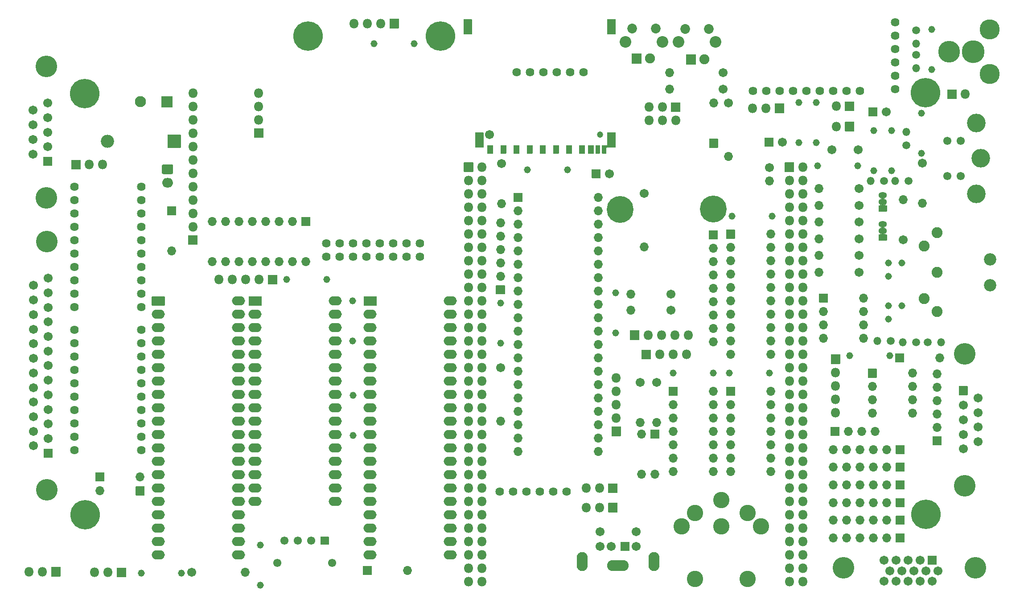
<source format=gts>
G04 #@! TF.GenerationSoftware,KiCad,Pcbnew,(5.1.7)-1*
G04 #@! TF.CreationDate,2021-12-19T02:36:46+01:00*
G04 #@! TF.ProjectId,CR-VERSION,43522d56-4552-4534-994f-4e2e6b696361,rev?*
G04 #@! TF.SameCoordinates,Original*
G04 #@! TF.FileFunction,Soldermask,Top*
G04 #@! TF.FilePolarity,Negative*
%FSLAX46Y46*%
G04 Gerber Fmt 4.6, Leading zero omitted, Abs format (unit mm)*
G04 Created by KiCad (PCBNEW (5.1.7)-1) date 2021-12-19 02:36:46*
%MOMM*%
%LPD*%
G01*
G04 APERTURE LIST*
%ADD10C,3.537000*%
%ADD11C,1.548000*%
%ADD12O,1.702000X1.702000*%
%ADD13O,1.802000X1.802000*%
%ADD14C,1.319000*%
%ADD15C,1.702000*%
%ADD16O,1.502000X1.502000*%
%ADD17C,1.502000*%
%ADD18C,1.552000*%
%ADD19C,2.352000*%
%ADD20C,2.082000*%
%ADD21C,1.626000*%
%ADD22C,4.102000*%
%ADD23C,2.102000*%
%ADD24O,2.502000X1.702000*%
%ADD25O,2.102000X1.802000*%
%ADD26C,3.822000*%
%ADD27C,4.137000*%
%ADD28C,4.332000*%
%ADD29C,1.316000*%
%ADD30O,1.602000X1.152000*%
%ADD31O,2.502000X2.502000*%
%ADD32C,5.102000*%
%ADD33C,5.602000*%
%ADD34C,3.102000*%
%ADD35C,2.202000*%
%ADD36C,1.852000*%
%ADD37C,1.902000*%
%ADD38O,4.102000X2.102000*%
%ADD39O,2.102000X3.602000*%
%ADD40C,1.202000*%
%ADD41C,0.100000*%
G04 APERTURE END LIST*
D10*
X254823000Y-73092000D03*
X254823000Y-59572000D03*
X255633000Y-66332000D03*
D11*
X249333000Y-62982000D03*
X249333000Y-69682000D03*
X251823000Y-62982000D03*
X251823000Y-69682000D03*
D12*
X95994000Y-126832000D03*
G36*
G01*
X87523000Y-127632000D02*
X87523000Y-126032000D01*
G75*
G02*
X87574000Y-125981000I51000J0D01*
G01*
X89174000Y-125981000D01*
G75*
G02*
X89225000Y-126032000I0J-51000D01*
G01*
X89225000Y-127632000D01*
G75*
G02*
X89174000Y-127683000I-51000J0D01*
G01*
X87574000Y-127683000D01*
G75*
G02*
X87523000Y-127632000I0J51000D01*
G01*
G37*
D13*
X88882000Y-67523000D03*
X86342000Y-67523000D03*
G36*
G01*
X84652000Y-68424000D02*
X82952000Y-68424000D01*
G75*
G02*
X82901000Y-68373000I0J51000D01*
G01*
X82901000Y-66673000D01*
G75*
G02*
X82952000Y-66622000I51000J0D01*
G01*
X84652000Y-66622000D01*
G75*
G02*
X84703000Y-66673000I0J-51000D01*
G01*
X84703000Y-68373000D01*
G75*
G02*
X84652000Y-68424000I-51000J0D01*
G01*
G37*
X228201000Y-56410500D03*
G36*
G01*
X229891000Y-55509500D02*
X231591000Y-55509500D01*
G75*
G02*
X231642000Y-55560500I0J-51000D01*
G01*
X231642000Y-57260500D01*
G75*
G02*
X231591000Y-57311500I-51000J0D01*
G01*
X229891000Y-57311500D01*
G75*
G02*
X229840000Y-57260500I0J51000D01*
G01*
X229840000Y-55560500D01*
G75*
G02*
X229891000Y-55509500I51000J0D01*
G01*
G37*
X74912000Y-144866000D03*
X77452000Y-144866000D03*
G36*
G01*
X79142000Y-143965000D02*
X80842000Y-143965000D01*
G75*
G02*
X80893000Y-144016000I0J-51000D01*
G01*
X80893000Y-145716000D01*
G75*
G02*
X80842000Y-145767000I-51000J0D01*
G01*
X79142000Y-145767000D01*
G75*
G02*
X79091000Y-145716000I0J51000D01*
G01*
X79091000Y-144016000D01*
G75*
G02*
X79142000Y-143965000I51000J0D01*
G01*
G37*
X87358000Y-144993000D03*
X89898000Y-144993000D03*
G36*
G01*
X91588000Y-144092000D02*
X93288000Y-144092000D01*
G75*
G02*
X93339000Y-144143000I0J-51000D01*
G01*
X93339000Y-145843000D01*
G75*
G02*
X93288000Y-145894000I-51000J0D01*
G01*
X91588000Y-145894000D01*
G75*
G02*
X91537000Y-145843000I0J51000D01*
G01*
X91537000Y-144143000D01*
G75*
G02*
X91588000Y-144092000I51000J0D01*
G01*
G37*
X110980000Y-89367000D03*
X113520000Y-89367000D03*
X116060000Y-89367000D03*
X118600000Y-89367000D03*
G36*
G01*
X120290000Y-88466000D02*
X121990000Y-88466000D01*
G75*
G02*
X122041000Y-88517000I0J-51000D01*
G01*
X122041000Y-90217000D01*
G75*
G02*
X121990000Y-90268000I-51000J0D01*
G01*
X120290000Y-90268000D01*
G75*
G02*
X120239000Y-90217000I0J51000D01*
G01*
X120239000Y-88517000D01*
G75*
G02*
X120290000Y-88466000I51000J0D01*
G01*
G37*
D12*
X127490000Y-85938000D03*
X109710000Y-78318000D03*
X124950000Y-85938000D03*
X112250000Y-78318000D03*
X122410000Y-85938000D03*
X114790000Y-78318000D03*
X119870000Y-85938000D03*
X117330000Y-78318000D03*
X117330000Y-85938000D03*
X119870000Y-78318000D03*
X114790000Y-85938000D03*
X122410000Y-78318000D03*
X112250000Y-85938000D03*
X124950000Y-78318000D03*
X109710000Y-85938000D03*
G36*
G01*
X126690000Y-77467000D02*
X128290000Y-77467000D01*
G75*
G02*
X128341000Y-77518000I0J-51000D01*
G01*
X128341000Y-79118000D01*
G75*
G02*
X128290000Y-79169000I-51000J0D01*
G01*
X126690000Y-79169000D01*
G75*
G02*
X126639000Y-79118000I0J51000D01*
G01*
X126639000Y-77518000D01*
G75*
G02*
X126690000Y-77467000I51000J0D01*
G01*
G37*
X101963000Y-83906000D03*
G36*
G01*
X101163000Y-75435000D02*
X102763000Y-75435000D01*
G75*
G02*
X102814000Y-75486000I0J-51000D01*
G01*
X102814000Y-77086000D01*
G75*
G02*
X102763000Y-77137000I-51000J0D01*
G01*
X101163000Y-77137000D01*
G75*
G02*
X101112000Y-77086000I0J51000D01*
G01*
X101112000Y-75486000D01*
G75*
G02*
X101163000Y-75435000I51000J0D01*
G01*
G37*
X88374000Y-129499000D03*
G36*
G01*
X96845000Y-128699000D02*
X96845000Y-130299000D01*
G75*
G02*
X96794000Y-130350000I-51000J0D01*
G01*
X95194000Y-130350000D01*
G75*
G02*
X95143000Y-130299000I0J51000D01*
G01*
X95143000Y-128699000D01*
G75*
G02*
X95194000Y-128648000I51000J0D01*
G01*
X96794000Y-128648000D01*
G75*
G02*
X96845000Y-128699000I0J-51000D01*
G01*
G37*
D14*
X123807000Y-89367000D03*
X131427000Y-89367000D03*
D15*
X232337400Y-64703600D03*
X227337400Y-64703600D03*
D13*
X228201000Y-60284000D03*
G36*
G01*
X229891000Y-59383000D02*
X231591000Y-59383000D01*
G75*
G02*
X231642000Y-59434000I0J-51000D01*
G01*
X231642000Y-61134000D01*
G75*
G02*
X231591000Y-61185000I-51000J0D01*
G01*
X229891000Y-61185000D01*
G75*
G02*
X229840000Y-61134000I0J51000D01*
G01*
X229840000Y-59434000D01*
G75*
G02*
X229891000Y-59383000I51000J0D01*
G01*
G37*
D16*
X243377500Y-49235000D03*
D17*
X243377500Y-46695000D03*
D16*
X243377500Y-44536000D03*
D17*
X243377500Y-41996000D03*
D16*
X241536000Y-61300000D03*
D17*
X241536000Y-63840000D03*
D13*
X252712000Y-54124500D03*
G36*
G01*
X251022000Y-55025500D02*
X249322000Y-55025500D01*
G75*
G02*
X249271000Y-54974500I0J51000D01*
G01*
X249271000Y-53274500D01*
G75*
G02*
X249322000Y-53223500I51000J0D01*
G01*
X251022000Y-53223500D01*
G75*
G02*
X251073000Y-53274500I0J-51000D01*
G01*
X251073000Y-54974500D01*
G75*
G02*
X251022000Y-55025500I-51000J0D01*
G01*
G37*
D16*
X239377000Y-70634500D03*
D17*
X241917000Y-70634500D03*
D16*
X234741500Y-70634500D03*
D17*
X237281500Y-70634500D03*
D16*
X240837500Y-101305000D03*
D17*
X243377500Y-101305000D03*
D16*
X236011500Y-100987500D03*
D17*
X238551500Y-100987500D03*
D16*
X248076500Y-101305000D03*
D17*
X245536500Y-101305000D03*
G36*
G01*
X131771000Y-139731999D02*
X130321000Y-139731999D01*
G75*
G02*
X130270000Y-139680999I0J51000D01*
G01*
X130270000Y-138230999D01*
G75*
G02*
X130321000Y-138179999I51000J0D01*
G01*
X131771000Y-138179999D01*
G75*
G02*
X131822000Y-138230999I0J-51000D01*
G01*
X131822000Y-139680999D01*
G75*
G02*
X131771000Y-139731999I-51000J0D01*
G01*
G37*
D18*
X128506000Y-138955999D03*
X125966000Y-138955999D03*
X123426000Y-138955999D03*
X122036000Y-143156001D03*
X132436000Y-143156001D03*
D12*
X233408000Y-92859500D03*
X225788000Y-100479500D03*
X233408000Y-95399500D03*
X225788000Y-97939500D03*
X233408000Y-97939500D03*
X225788000Y-95399500D03*
X233408000Y-100479500D03*
G36*
G01*
X224937000Y-93659500D02*
X224937000Y-92059500D01*
G75*
G02*
X224988000Y-92008500I51000J0D01*
G01*
X226588000Y-92008500D01*
G75*
G02*
X226639000Y-92059500I0J-51000D01*
G01*
X226639000Y-93659500D01*
G75*
G02*
X226588000Y-93710500I-51000J0D01*
G01*
X224988000Y-93710500D01*
G75*
G02*
X224937000Y-93659500I0J51000D01*
G01*
G37*
X247886000Y-104226000D03*
G36*
G01*
X239415000Y-105026000D02*
X239415000Y-103426000D01*
G75*
G02*
X239466000Y-103375000I51000J0D01*
G01*
X241066000Y-103375000D01*
G75*
G02*
X241117000Y-103426000I0J-51000D01*
G01*
X241117000Y-105026000D01*
G75*
G02*
X241066000Y-105077000I-51000J0D01*
G01*
X239466000Y-105077000D01*
G75*
G02*
X239415000Y-105026000I0J51000D01*
G01*
G37*
D19*
X257388000Y-90457000D03*
X257388000Y-85477000D03*
D20*
X244888000Y-92967000D03*
X244888000Y-82967000D03*
X247378000Y-95457000D03*
X247378000Y-87967000D03*
X247378000Y-80477000D03*
D21*
X149163000Y-85031000D03*
X149163000Y-82491000D03*
X146623000Y-85031000D03*
X146623000Y-82491000D03*
X144083000Y-85031000D03*
X144083000Y-82491000D03*
X141543000Y-85031000D03*
X141543000Y-82491000D03*
X139003000Y-85031000D03*
X139003000Y-82491000D03*
X136463000Y-85031000D03*
X136463000Y-82491000D03*
X133923000Y-85031000D03*
X133923000Y-82491000D03*
X131383000Y-85031000D03*
X131383000Y-82491000D03*
D22*
X252631000Y-103489000D03*
X252631000Y-128489000D03*
D15*
X255171000Y-120144000D03*
X255171000Y-117374000D03*
X255171000Y-114604000D03*
X255171000Y-111834000D03*
X252331000Y-121529000D03*
X252331000Y-118759000D03*
X252331000Y-115989000D03*
X252331000Y-113219000D03*
G36*
G01*
X253131000Y-111300000D02*
X251531000Y-111300000D01*
G75*
G02*
X251480000Y-111249000I0J51000D01*
G01*
X251480000Y-109649000D01*
G75*
G02*
X251531000Y-109598000I51000J0D01*
G01*
X253131000Y-109598000D01*
G75*
G02*
X253182000Y-109649000I0J-51000D01*
G01*
X253182000Y-111249000D01*
G75*
G02*
X253131000Y-111300000I-51000J0D01*
G01*
G37*
D12*
X247378000Y-107274000D03*
X247378000Y-109814000D03*
X247378000Y-112354000D03*
X247378000Y-114894000D03*
X247378000Y-117434000D03*
G36*
G01*
X248178000Y-120825000D02*
X246578000Y-120825000D01*
G75*
G02*
X246527000Y-120774000I0J51000D01*
G01*
X246527000Y-119174000D01*
G75*
G02*
X246578000Y-119123000I51000J0D01*
G01*
X248178000Y-119123000D01*
G75*
G02*
X248229000Y-119174000I0J-51000D01*
G01*
X248229000Y-120774000D01*
G75*
G02*
X248178000Y-120825000I-51000J0D01*
G01*
G37*
D22*
X254598000Y-144104000D03*
X229598000Y-144104000D03*
D15*
X237253000Y-146644000D03*
X239543000Y-146644000D03*
X241833000Y-146644000D03*
X244123000Y-146644000D03*
X246413000Y-146644000D03*
X238398000Y-144664000D03*
X240688000Y-144664000D03*
X242978000Y-144664000D03*
X245268000Y-144664000D03*
X247558000Y-144664000D03*
X237253000Y-142684000D03*
X239543000Y-142684000D03*
X241833000Y-142684000D03*
X244123000Y-142684000D03*
G36*
G01*
X245562000Y-143484000D02*
X245562000Y-141884000D01*
G75*
G02*
X245613000Y-141833000I51000J0D01*
G01*
X247213000Y-141833000D01*
G75*
G02*
X247264000Y-141884000I0J-51000D01*
G01*
X247264000Y-143484000D01*
G75*
G02*
X247213000Y-143535000I-51000J0D01*
G01*
X245613000Y-143535000D01*
G75*
G02*
X245562000Y-143484000I0J51000D01*
G01*
G37*
D14*
X140444000Y-44536000D03*
X148064000Y-44536000D03*
D13*
X136634000Y-40726000D03*
X139174000Y-40726000D03*
X141714000Y-40726000D03*
G36*
G01*
X145104000Y-41627000D02*
X143404000Y-41627000D01*
G75*
G02*
X143353000Y-41576000I0J51000D01*
G01*
X143353000Y-39876000D01*
G75*
G02*
X143404000Y-39825000I51000J0D01*
G01*
X145104000Y-39825000D01*
G75*
G02*
X145155000Y-39876000I0J-51000D01*
G01*
X145155000Y-41576000D01*
G75*
G02*
X145104000Y-41627000I-51000J0D01*
G01*
G37*
D23*
X96074000Y-55585000D03*
G36*
G01*
X102125000Y-54585000D02*
X102125000Y-56585000D01*
G75*
G02*
X102074000Y-56636000I-51000J0D01*
G01*
X100074000Y-56636000D01*
G75*
G02*
X100023000Y-56585000I0J51000D01*
G01*
X100023000Y-54585000D01*
G75*
G02*
X100074000Y-54534000I51000J0D01*
G01*
X102074000Y-54534000D01*
G75*
G02*
X102125000Y-54585000I0J-51000D01*
G01*
G37*
D14*
X238742000Y-61046000D03*
X238742000Y-68666000D03*
D15*
X237686000Y-57490000D03*
G36*
G01*
X234335000Y-58290000D02*
X234335000Y-56690000D01*
G75*
G02*
X234386000Y-56639000I51000J0D01*
G01*
X235986000Y-56639000D01*
G75*
G02*
X236037000Y-56690000I0J-51000D01*
G01*
X236037000Y-58290000D01*
G75*
G02*
X235986000Y-58341000I-51000J0D01*
G01*
X234386000Y-58341000D01*
G75*
G02*
X234335000Y-58290000I0J51000D01*
G01*
G37*
D14*
X235313000Y-61046000D03*
X235313000Y-68666000D03*
X136380000Y-101051000D03*
X136380000Y-93431000D03*
D24*
X154922000Y-93431000D03*
X139682000Y-141691000D03*
X154922000Y-95971000D03*
X139682000Y-139151000D03*
X154922000Y-98511000D03*
X139682000Y-136611000D03*
X154922000Y-101051000D03*
X139682000Y-134071000D03*
X154922000Y-103591000D03*
X139682000Y-131531000D03*
X154922000Y-106131000D03*
X139682000Y-128991000D03*
X154922000Y-108671000D03*
X139682000Y-126451000D03*
X154922000Y-111211000D03*
X139682000Y-123911000D03*
X154922000Y-113751000D03*
X139682000Y-121371000D03*
X154922000Y-116291000D03*
X139682000Y-118831000D03*
X154922000Y-118831000D03*
X139682000Y-116291000D03*
X154922000Y-121371000D03*
X139682000Y-113751000D03*
X154922000Y-123911000D03*
X139682000Y-111211000D03*
X154922000Y-126451000D03*
X139682000Y-108671000D03*
X154922000Y-128991000D03*
X139682000Y-106131000D03*
X154922000Y-131531000D03*
X139682000Y-103591000D03*
X154922000Y-134071000D03*
X139682000Y-101051000D03*
X154922000Y-136611000D03*
X139682000Y-98511000D03*
X154922000Y-139151000D03*
X139682000Y-95971000D03*
X154922000Y-141691000D03*
G36*
G01*
X138431000Y-94231000D02*
X138431000Y-92631000D01*
G75*
G02*
X138482000Y-92580000I51000J0D01*
G01*
X140882000Y-92580000D01*
G75*
G02*
X140933000Y-92631000I0J-51000D01*
G01*
X140933000Y-94231000D01*
G75*
G02*
X140882000Y-94282000I-51000J0D01*
G01*
X138482000Y-94282000D01*
G75*
G02*
X138431000Y-94231000I0J51000D01*
G01*
G37*
X114663000Y-93431000D03*
X99423000Y-141691000D03*
X114663000Y-95971000D03*
X99423000Y-139151000D03*
X114663000Y-98511000D03*
X99423000Y-136611000D03*
X114663000Y-101051000D03*
X99423000Y-134071000D03*
X114663000Y-103591000D03*
X99423000Y-131531000D03*
X114663000Y-106131000D03*
X99423000Y-128991000D03*
X114663000Y-108671000D03*
X99423000Y-126451000D03*
X114663000Y-111211000D03*
X99423000Y-123911000D03*
X114663000Y-113751000D03*
X99423000Y-121371000D03*
X114663000Y-116291000D03*
X99423000Y-118831000D03*
X114663000Y-118831000D03*
X99423000Y-116291000D03*
X114663000Y-121371000D03*
X99423000Y-113751000D03*
X114663000Y-123911000D03*
X99423000Y-111211000D03*
X114663000Y-126451000D03*
X99423000Y-108671000D03*
X114663000Y-128991000D03*
X99423000Y-106131000D03*
X114663000Y-131531000D03*
X99423000Y-103591000D03*
X114663000Y-134071000D03*
X99423000Y-101051000D03*
X114663000Y-136611000D03*
X99423000Y-98511000D03*
X114663000Y-139151000D03*
X99423000Y-95971000D03*
X114663000Y-141691000D03*
G36*
G01*
X98172000Y-94231000D02*
X98172000Y-92631000D01*
G75*
G02*
X98223000Y-92580000I51000J0D01*
G01*
X100623000Y-92580000D01*
G75*
G02*
X100674000Y-92631000I0J-51000D01*
G01*
X100674000Y-94231000D01*
G75*
G02*
X100623000Y-94282000I-51000J0D01*
G01*
X98223000Y-94282000D01*
G75*
G02*
X98172000Y-94231000I0J51000D01*
G01*
G37*
X133078000Y-93431000D03*
X117838000Y-131531000D03*
X133078000Y-95971000D03*
X117838000Y-128991000D03*
X133078000Y-98511000D03*
X117838000Y-126451000D03*
X133078000Y-101051000D03*
X117838000Y-123911000D03*
X133078000Y-103591000D03*
X117838000Y-121371000D03*
X133078000Y-106131000D03*
X117838000Y-118831000D03*
X133078000Y-108671000D03*
X117838000Y-116291000D03*
X133078000Y-111211000D03*
X117838000Y-113751000D03*
X133078000Y-113751000D03*
X117838000Y-111211000D03*
X133078000Y-116291000D03*
X117838000Y-108671000D03*
X133078000Y-118831000D03*
X117838000Y-106131000D03*
X133078000Y-121371000D03*
X117838000Y-103591000D03*
X133078000Y-123911000D03*
X117838000Y-101051000D03*
X133078000Y-126451000D03*
X117838000Y-98511000D03*
X133078000Y-128991000D03*
X117838000Y-95971000D03*
X133078000Y-131531000D03*
G36*
G01*
X116587000Y-94231000D02*
X116587000Y-92631000D01*
G75*
G02*
X116638000Y-92580000I51000J0D01*
G01*
X119038000Y-92580000D01*
G75*
G02*
X119089000Y-92631000I0J-51000D01*
G01*
X119089000Y-94231000D01*
G75*
G02*
X119038000Y-94282000I-51000J0D01*
G01*
X116638000Y-94282000D01*
G75*
G02*
X116587000Y-94231000I0J51000D01*
G01*
G37*
D14*
X177150000Y-68480000D03*
X169530000Y-68480000D03*
X96248000Y-145120000D03*
X103868000Y-145120000D03*
D13*
X228074000Y-114640000D03*
X228074000Y-112100000D03*
X228074000Y-109560000D03*
X228074000Y-107020000D03*
G36*
G01*
X227173000Y-105330000D02*
X227173000Y-103630000D01*
G75*
G02*
X227224000Y-103579000I51000J0D01*
G01*
X228924000Y-103579000D01*
G75*
G02*
X228975000Y-103630000I0J-51000D01*
G01*
X228975000Y-105330000D01*
G75*
G02*
X228924000Y-105381000I-51000J0D01*
G01*
X227224000Y-105381000D01*
G75*
G02*
X227173000Y-105330000I0J51000D01*
G01*
G37*
D14*
X118854000Y-139786000D03*
X118854000Y-147406000D03*
D25*
X101201000Y-70912000D03*
G36*
G01*
X100415000Y-67511000D02*
X101987000Y-67511000D01*
G75*
G02*
X102252000Y-67776000I0J-265000D01*
G01*
X102252000Y-69048000D01*
G75*
G02*
X101987000Y-69313000I-265000J0D01*
G01*
X100415000Y-69313000D01*
G75*
G02*
X100150000Y-69048000I0J265000D01*
G01*
X100150000Y-67776000D01*
G75*
G02*
X100415000Y-67511000I265000J0D01*
G01*
G37*
G36*
G01*
X227096000Y-118996000D02*
X227096000Y-117396000D01*
G75*
G02*
X227147000Y-117345000I51000J0D01*
G01*
X228747000Y-117345000D01*
G75*
G02*
X228798000Y-117396000I0J-51000D01*
G01*
X228798000Y-118996000D01*
G75*
G02*
X228747000Y-119047000I-51000J0D01*
G01*
X227147000Y-119047000D01*
G75*
G02*
X227096000Y-118996000I0J51000D01*
G01*
G37*
D12*
X230487000Y-118196000D03*
X233027000Y-118196000D03*
X235567000Y-118196000D03*
D21*
X83548000Y-92034000D03*
X83548000Y-94574000D03*
X83548000Y-89494000D03*
X83548000Y-86954000D03*
X83548000Y-84414000D03*
X83548000Y-81874000D03*
X83548000Y-79334000D03*
X83548000Y-76794000D03*
X83548000Y-74254000D03*
X83548000Y-71714000D03*
X96248000Y-71714000D03*
X96248000Y-74254000D03*
X96248000Y-76794000D03*
X96248000Y-79334000D03*
X96248000Y-81874000D03*
X96248000Y-84414000D03*
X96248000Y-86954000D03*
X96248000Y-89494000D03*
X96248000Y-94574000D03*
X96248000Y-92034000D03*
X83548000Y-119212000D03*
X83548000Y-121752000D03*
X83548000Y-116672000D03*
X83548000Y-114132000D03*
X83548000Y-111592000D03*
X83548000Y-109052000D03*
X83548000Y-106512000D03*
X83548000Y-103972000D03*
X83548000Y-101432000D03*
X83548000Y-98892000D03*
X96248000Y-98892000D03*
X96248000Y-101432000D03*
X96248000Y-103972000D03*
X96248000Y-106512000D03*
X96248000Y-109052000D03*
X96248000Y-111592000D03*
X96248000Y-114132000D03*
X96248000Y-116672000D03*
X96248000Y-121752000D03*
X96248000Y-119212000D03*
D26*
X257322500Y-50310000D03*
X257322500Y-41810000D03*
D27*
X249672500Y-46060000D03*
D28*
X254172500Y-46060000D03*
D29*
X240647000Y-94320000D03*
X238107000Y-94320000D03*
X238107000Y-96860000D03*
X240647000Y-86192000D03*
X238107000Y-86192000D03*
X238107000Y-88732000D03*
D12*
X224899000Y-87970000D03*
D15*
X232519000Y-87970000D03*
D12*
X224899000Y-84795000D03*
D15*
X232519000Y-84795000D03*
D12*
X244520500Y-74825500D03*
D15*
X244520500Y-67205500D03*
D12*
X240901000Y-74190500D03*
D15*
X240901000Y-81810500D03*
D12*
X224899000Y-81620000D03*
D15*
X232519000Y-81620000D03*
D12*
X224899000Y-78445000D03*
D15*
X232519000Y-78445000D03*
D12*
X224899000Y-75270000D03*
D15*
X232519000Y-75270000D03*
D12*
X224899000Y-72095000D03*
D15*
X232519000Y-72095000D03*
G36*
G01*
X237777500Y-81942000D02*
X236277500Y-81942000D01*
G75*
G02*
X236226500Y-81891000I0J51000D01*
G01*
X236226500Y-80841000D01*
G75*
G02*
X236277500Y-80790000I51000J0D01*
G01*
X237777500Y-80790000D01*
G75*
G02*
X237828500Y-80841000I0J-51000D01*
G01*
X237828500Y-81891000D01*
G75*
G02*
X237777500Y-81942000I-51000J0D01*
G01*
G37*
D30*
X237027500Y-78826000D03*
X237027500Y-80096000D03*
G36*
G01*
X237777500Y-76417500D02*
X236277500Y-76417500D01*
G75*
G02*
X236226500Y-76366500I0J51000D01*
G01*
X236226500Y-75316500D01*
G75*
G02*
X236277500Y-75265500I51000J0D01*
G01*
X237777500Y-75265500D01*
G75*
G02*
X237828500Y-75316500I0J-51000D01*
G01*
X237828500Y-76366500D01*
G75*
G02*
X237777500Y-76417500I-51000J0D01*
G01*
G37*
X237027500Y-73301500D03*
X237027500Y-74571500D03*
D14*
X244393500Y-57744000D03*
X244393500Y-65364000D03*
X246298500Y-49489000D03*
X246298500Y-41869000D03*
X224645000Y-67777000D03*
X232265000Y-67777000D03*
D21*
X180195000Y-49997000D03*
X177655000Y-49997000D03*
X175115000Y-49997000D03*
X172575000Y-49997000D03*
X170035000Y-49997000D03*
X167495000Y-49997000D03*
D14*
X204833000Y-107147000D03*
X197213000Y-107147000D03*
X215501000Y-107147000D03*
X207881000Y-107147000D03*
X238361000Y-103845000D03*
X230741000Y-103845000D03*
X216021700Y-77302000D03*
X208401700Y-77302000D03*
D12*
X182989000Y-73746000D03*
X167749000Y-122006000D03*
X182989000Y-76286000D03*
X167749000Y-119466000D03*
X182989000Y-78826000D03*
X167749000Y-116926000D03*
X182989000Y-81366000D03*
X167749000Y-114386000D03*
X182989000Y-83906000D03*
X167749000Y-111846000D03*
X182989000Y-86446000D03*
X167749000Y-109306000D03*
X182989000Y-88986000D03*
X167749000Y-106766000D03*
X182989000Y-91526000D03*
X167749000Y-104226000D03*
X182989000Y-94066000D03*
X167749000Y-101686000D03*
X182989000Y-96606000D03*
X167749000Y-99146000D03*
X182989000Y-99146000D03*
X167749000Y-96606000D03*
X182989000Y-101686000D03*
X167749000Y-94066000D03*
X182989000Y-104226000D03*
X167749000Y-91526000D03*
X182989000Y-106766000D03*
X167749000Y-88986000D03*
X182989000Y-109306000D03*
X167749000Y-86446000D03*
X182989000Y-111846000D03*
X167749000Y-83906000D03*
X182989000Y-114386000D03*
X167749000Y-81366000D03*
X182989000Y-116926000D03*
X167749000Y-78826000D03*
X182989000Y-119466000D03*
X167749000Y-76286000D03*
X182989000Y-122006000D03*
G36*
G01*
X166898000Y-74546000D02*
X166898000Y-72946000D01*
G75*
G02*
X166949000Y-72895000I51000J0D01*
G01*
X168549000Y-72895000D01*
G75*
G02*
X168600000Y-72946000I0J-51000D01*
G01*
X168600000Y-74546000D01*
G75*
G02*
X168549000Y-74597000I-51000J0D01*
G01*
X166949000Y-74597000D01*
G75*
G02*
X166898000Y-74546000I0J51000D01*
G01*
G37*
D31*
X89771000Y-63078000D03*
G36*
G01*
X103722000Y-61878000D02*
X103722000Y-64278000D01*
G75*
G02*
X103671000Y-64329000I-51000J0D01*
G01*
X101271000Y-64329000D01*
G75*
G02*
X101220000Y-64278000I0J51000D01*
G01*
X101220000Y-61878000D01*
G75*
G02*
X101271000Y-61827000I51000J0D01*
G01*
X103671000Y-61827000D01*
G75*
G02*
X103722000Y-61878000I0J-51000D01*
G01*
G37*
D22*
X78168000Y-73848000D03*
X78168000Y-48848000D03*
D15*
X75628000Y-57193000D03*
X75628000Y-59963000D03*
X75628000Y-62733000D03*
X75628000Y-65503000D03*
X78468000Y-55808000D03*
X78468000Y-58578000D03*
X78468000Y-61348000D03*
X78468000Y-64118000D03*
G36*
G01*
X77668000Y-66037000D02*
X79268000Y-66037000D01*
G75*
G02*
X79319000Y-66088000I0J-51000D01*
G01*
X79319000Y-67688000D01*
G75*
G02*
X79268000Y-67739000I-51000J0D01*
G01*
X77668000Y-67739000D01*
G75*
G02*
X77617000Y-67688000I0J51000D01*
G01*
X77617000Y-66088000D01*
G75*
G02*
X77668000Y-66037000I51000J0D01*
G01*
G37*
D12*
X164421600Y-78610100D03*
X164421600Y-81150100D03*
X164421600Y-83690100D03*
X164421600Y-86230100D03*
X164421600Y-88770100D03*
G36*
G01*
X165221600Y-92161100D02*
X163621600Y-92161100D01*
G75*
G02*
X163570600Y-92110100I0J51000D01*
G01*
X163570600Y-90510100D01*
G75*
G02*
X163621600Y-90459100I51000J0D01*
G01*
X165221600Y-90459100D01*
G75*
G02*
X165272600Y-90510100I0J-51000D01*
G01*
X165272600Y-92110100D01*
G75*
G02*
X165221600Y-92161100I-51000J0D01*
G01*
G37*
X146794000Y-144612000D03*
G36*
G01*
X138323000Y-145412000D02*
X138323000Y-143812000D01*
G75*
G02*
X138374000Y-143761000I51000J0D01*
G01*
X139974000Y-143761000D01*
G75*
G02*
X140025000Y-143812000I0J-51000D01*
G01*
X140025000Y-145412000D01*
G75*
G02*
X139974000Y-145463000I-51000J0D01*
G01*
X138374000Y-145463000D01*
G75*
G02*
X138323000Y-145412000I0J51000D01*
G01*
G37*
D14*
X136405400Y-111338000D03*
X136405400Y-118958000D03*
D12*
X164637500Y-74952500D03*
D15*
X164637500Y-67332500D03*
D32*
X187180000Y-76032000D03*
X204833000Y-75968500D03*
D12*
X189212000Y-92161000D03*
D15*
X196832000Y-92161000D03*
D12*
X189212000Y-95209000D03*
D15*
X196832000Y-95209000D03*
D13*
X199753000Y-103591000D03*
X197213000Y-103591000D03*
X194673000Y-103591000D03*
G36*
G01*
X192983000Y-104492000D02*
X191283000Y-104492000D01*
G75*
G02*
X191232000Y-104441000I0J51000D01*
G01*
X191232000Y-102741000D01*
G75*
G02*
X191283000Y-102690000I51000J0D01*
G01*
X192983000Y-102690000D01*
G75*
G02*
X193034000Y-102741000I0J-51000D01*
G01*
X193034000Y-104441000D01*
G75*
G02*
X192983000Y-104492000I-51000J0D01*
G01*
G37*
X200070500Y-99908000D03*
X197530500Y-99908000D03*
X194990500Y-99908000D03*
X192450500Y-99908000D03*
G36*
G01*
X190760500Y-100809000D02*
X189060500Y-100809000D01*
G75*
G02*
X189009500Y-100758000I0J51000D01*
G01*
X189009500Y-99058000D01*
G75*
G02*
X189060500Y-99007000I51000J0D01*
G01*
X190760500Y-99007000D01*
G75*
G02*
X190811500Y-99058000I0J-51000D01*
G01*
X190811500Y-100758000D01*
G75*
G02*
X190760500Y-100809000I-51000J0D01*
G01*
G37*
D12*
X190990000Y-116481500D03*
D15*
X190990000Y-108861500D03*
D12*
X194101500Y-116481500D03*
D15*
X194101500Y-108861500D03*
G36*
G01*
X187319000Y-117346000D02*
X187319000Y-119046000D01*
G75*
G02*
X187268000Y-119097000I-51000J0D01*
G01*
X185568000Y-119097000D01*
G75*
G02*
X185517000Y-119046000I0J51000D01*
G01*
X185517000Y-117346000D01*
G75*
G02*
X185568000Y-117295000I51000J0D01*
G01*
X187268000Y-117295000D01*
G75*
G02*
X187319000Y-117346000I0J-51000D01*
G01*
G37*
D13*
X186418000Y-115656000D03*
X186418000Y-113116000D03*
X186418000Y-110576000D03*
X186418000Y-108036000D03*
D14*
X186291000Y-99527000D03*
X186291000Y-91907000D03*
X164447000Y-93812000D03*
X164447000Y-101432000D03*
D33*
X245160000Y-53890000D03*
D12*
X193784000Y-126324000D03*
X191244000Y-118704000D03*
X191244000Y-126324000D03*
G36*
G01*
X192984000Y-117853000D02*
X194584000Y-117853000D01*
G75*
G02*
X194635000Y-117904000I0J-51000D01*
G01*
X194635000Y-119504000D01*
G75*
G02*
X194584000Y-119555000I-51000J0D01*
G01*
X192984000Y-119555000D01*
G75*
G02*
X192933000Y-119504000I0J51000D01*
G01*
X192933000Y-117904000D01*
G75*
G02*
X192984000Y-117853000I51000J0D01*
G01*
G37*
X204833000Y-110576000D03*
X197213000Y-125816000D03*
X204833000Y-113116000D03*
X197213000Y-123276000D03*
X204833000Y-115656000D03*
X197213000Y-120736000D03*
X204833000Y-118196000D03*
X197213000Y-118196000D03*
X204833000Y-120736000D03*
X197213000Y-115656000D03*
X204833000Y-123276000D03*
X197213000Y-113116000D03*
X204833000Y-125816000D03*
G36*
G01*
X196362000Y-111376000D02*
X196362000Y-109776000D01*
G75*
G02*
X196413000Y-109725000I51000J0D01*
G01*
X198013000Y-109725000D01*
G75*
G02*
X198064000Y-109776000I0J-51000D01*
G01*
X198064000Y-111376000D01*
G75*
G02*
X198013000Y-111427000I-51000J0D01*
G01*
X196413000Y-111427000D01*
G75*
G02*
X196362000Y-111376000I0J51000D01*
G01*
G37*
D15*
X217950200Y-63230400D03*
G36*
G01*
X214599200Y-64030400D02*
X214599200Y-62430400D01*
G75*
G02*
X214650200Y-62379400I51000J0D01*
G01*
X216250200Y-62379400D01*
G75*
G02*
X216301200Y-62430400I0J-51000D01*
G01*
X216301200Y-64030400D01*
G75*
G02*
X216250200Y-64081400I-51000J0D01*
G01*
X214650200Y-64081400D01*
G75*
G02*
X214599200Y-64030400I0J51000D01*
G01*
G37*
D14*
X224441800Y-63332000D03*
X224441800Y-55712000D03*
X221073760Y-63352320D03*
X221073760Y-55732320D03*
D13*
X212338700Y-56804200D03*
X214878700Y-56804200D03*
G36*
G01*
X216568700Y-55903200D02*
X218268700Y-55903200D01*
G75*
G02*
X218319700Y-55954200I0J-51000D01*
G01*
X218319700Y-57654200D01*
G75*
G02*
X218268700Y-57705200I-51000J0D01*
G01*
X216568700Y-57705200D01*
G75*
G02*
X216517700Y-57654200I0J51000D01*
G01*
X216517700Y-55954200D01*
G75*
G02*
X216568700Y-55903200I51000J0D01*
G01*
G37*
D34*
X211373000Y-146228000D03*
X206373000Y-131228000D03*
X213873000Y-136228000D03*
X211373000Y-133728000D03*
X206373000Y-136228000D03*
X201373000Y-133728000D03*
X198873000Y-136228000D03*
X201373000Y-146228000D03*
D21*
X177020000Y-129626000D03*
X174480000Y-129626000D03*
X171940000Y-129626000D03*
X169400000Y-129626000D03*
X166860000Y-129626000D03*
X164320000Y-129626000D03*
D13*
X180703000Y-128991000D03*
X183243000Y-128991000D03*
G36*
G01*
X184933000Y-128090000D02*
X186633000Y-128090000D01*
G75*
G02*
X186684000Y-128141000I0J-51000D01*
G01*
X186684000Y-129841000D01*
G75*
G02*
X186633000Y-129892000I-51000J0D01*
G01*
X184933000Y-129892000D01*
G75*
G02*
X184882000Y-129841000I0J51000D01*
G01*
X184882000Y-128141000D01*
G75*
G02*
X184933000Y-128090000I51000J0D01*
G01*
G37*
D33*
X153017000Y-43139000D03*
X127871000Y-43139000D03*
X85480000Y-53990000D03*
X245219000Y-133944000D03*
X85540000Y-134050000D03*
D22*
X78231500Y-129253500D03*
X78231500Y-82153500D03*
D15*
X75691500Y-90468500D03*
X75691500Y-93238500D03*
X75691500Y-96008500D03*
X75691500Y-98778500D03*
X75691500Y-101548500D03*
X75691500Y-104318500D03*
X75691500Y-107088500D03*
X75691500Y-109858500D03*
X75691500Y-112628500D03*
X75691500Y-115398500D03*
X75691500Y-118168500D03*
X75691500Y-120938500D03*
X78531500Y-89083500D03*
X78531500Y-91853500D03*
X78531500Y-94623500D03*
X78531500Y-97393500D03*
X78531500Y-100163500D03*
X78531500Y-102933500D03*
X78531500Y-105703500D03*
X78531500Y-108473500D03*
X78531500Y-111243500D03*
X78531500Y-114013500D03*
X78531500Y-116783500D03*
X78531500Y-119553500D03*
G36*
G01*
X77731500Y-121472500D02*
X79331500Y-121472500D01*
G75*
G02*
X79382500Y-121523500I0J-51000D01*
G01*
X79382500Y-123123500D01*
G75*
G02*
X79331500Y-123174500I-51000J0D01*
G01*
X77731500Y-123174500D01*
G75*
G02*
X77680500Y-123123500I0J51000D01*
G01*
X77680500Y-121523500D01*
G75*
G02*
X77731500Y-121472500I51000J0D01*
G01*
G37*
D12*
X207754000Y-65999000D03*
D15*
X207754000Y-55839000D03*
D12*
X164447000Y-116291000D03*
D15*
X164447000Y-106131000D03*
D12*
X115933000Y-144993000D03*
D15*
X105773000Y-144993000D03*
D13*
X180703000Y-132674000D03*
X183243000Y-132674000D03*
G36*
G01*
X184933000Y-131773000D02*
X186633000Y-131773000D01*
G75*
G02*
X186684000Y-131824000I0J-51000D01*
G01*
X186684000Y-133524000D01*
G75*
G02*
X186633000Y-133575000I-51000J0D01*
G01*
X184933000Y-133575000D01*
G75*
G02*
X184882000Y-133524000I0J51000D01*
G01*
X184882000Y-131824000D01*
G75*
G02*
X184933000Y-131773000I51000J0D01*
G01*
G37*
D12*
X215475600Y-70621800D03*
D15*
X215475600Y-68081800D03*
D12*
X204896500Y-55839000D03*
G36*
G01*
X205696500Y-64310000D02*
X204096500Y-64310000D01*
G75*
G02*
X204045500Y-64259000I0J51000D01*
G01*
X204045500Y-62659000D01*
G75*
G02*
X204096500Y-62608000I51000J0D01*
G01*
X205696500Y-62608000D01*
G75*
G02*
X205747500Y-62659000I0J-51000D01*
G01*
X205747500Y-64259000D01*
G75*
G02*
X205696500Y-64310000I-51000J0D01*
G01*
G37*
X215755000Y-110576000D03*
X208135000Y-125816000D03*
X215755000Y-113116000D03*
X208135000Y-123276000D03*
X215755000Y-115656000D03*
X208135000Y-120736000D03*
X215755000Y-118196000D03*
X208135000Y-118196000D03*
X215755000Y-120736000D03*
X208135000Y-115656000D03*
X215755000Y-123276000D03*
X208135000Y-113116000D03*
X215755000Y-125816000D03*
G36*
G01*
X207284000Y-111376000D02*
X207284000Y-109776000D01*
G75*
G02*
X207335000Y-109725000I51000J0D01*
G01*
X208935000Y-109725000D01*
G75*
G02*
X208986000Y-109776000I0J-51000D01*
G01*
X208986000Y-111376000D01*
G75*
G02*
X208935000Y-111427000I-51000J0D01*
G01*
X207335000Y-111427000D01*
G75*
G02*
X207284000Y-111376000I0J51000D01*
G01*
G37*
X204833000Y-101178000D03*
X204833000Y-98638000D03*
X204833000Y-96098000D03*
X204833000Y-93558000D03*
X204833000Y-91018000D03*
X204833000Y-88478000D03*
X204833000Y-85938000D03*
X204833000Y-83398000D03*
G36*
G01*
X204033000Y-80007000D02*
X205633000Y-80007000D01*
G75*
G02*
X205684000Y-80058000I0J-51000D01*
G01*
X205684000Y-81658000D01*
G75*
G02*
X205633000Y-81709000I-51000J0D01*
G01*
X204033000Y-81709000D01*
G75*
G02*
X203982000Y-81658000I0J51000D01*
G01*
X203982000Y-80058000D01*
G75*
G02*
X204033000Y-80007000I51000J0D01*
G01*
G37*
X196578000Y-53172000D03*
D15*
X206738000Y-53172000D03*
D12*
X196578000Y-50060500D03*
D15*
X206738000Y-50060500D03*
D12*
X215755000Y-80731000D03*
X208135000Y-103591000D03*
X215755000Y-83271000D03*
X208135000Y-101051000D03*
X215755000Y-85811000D03*
X208135000Y-98511000D03*
X215755000Y-88351000D03*
X208135000Y-95971000D03*
X215755000Y-90891000D03*
X208135000Y-93431000D03*
X215755000Y-93431000D03*
X208135000Y-90891000D03*
X215755000Y-95971000D03*
X208135000Y-88351000D03*
X215755000Y-98511000D03*
X208135000Y-85811000D03*
X215755000Y-101051000D03*
X208135000Y-83271000D03*
X215755000Y-103591000D03*
G36*
G01*
X207284000Y-81531000D02*
X207284000Y-79931000D01*
G75*
G02*
X207335000Y-79880000I51000J0D01*
G01*
X208935000Y-79880000D01*
G75*
G02*
X208986000Y-79931000I0J-51000D01*
G01*
X208986000Y-81531000D01*
G75*
G02*
X208935000Y-81582000I-51000J0D01*
G01*
X207335000Y-81582000D01*
G75*
G02*
X207284000Y-81531000I0J51000D01*
G01*
G37*
X191688500Y-83144000D03*
D15*
X191688500Y-72984000D03*
D21*
X212351400Y-53553000D03*
X214891400Y-53553000D03*
X217431400Y-53553000D03*
X219971400Y-53553000D03*
X222511400Y-53553000D03*
X225051400Y-53553000D03*
X227591400Y-53553000D03*
X230131400Y-53553000D03*
X232671400Y-53553000D03*
X239377000Y-40472000D03*
X239377000Y-43012000D03*
X239377000Y-45552000D03*
X239377000Y-48092000D03*
X239377000Y-50632000D03*
X239377000Y-53172000D03*
D15*
X185108000Y-69237500D03*
G36*
G01*
X181757000Y-70037500D02*
X181757000Y-68437500D01*
G75*
G02*
X181808000Y-68386500I51000J0D01*
G01*
X183408000Y-68386500D01*
G75*
G02*
X183459000Y-68437500I0J-51000D01*
G01*
X183459000Y-70037500D01*
G75*
G02*
X183408000Y-70088500I-51000J0D01*
G01*
X181808000Y-70088500D01*
G75*
G02*
X181757000Y-70037500I0J51000D01*
G01*
G37*
D12*
X242679000Y-107147000D03*
X235059000Y-114767000D03*
X242679000Y-109687000D03*
X235059000Y-112227000D03*
X242679000Y-112227000D03*
X235059000Y-109687000D03*
X242679000Y-114767000D03*
G36*
G01*
X234208000Y-107947000D02*
X234208000Y-106347000D01*
G75*
G02*
X234259000Y-106296000I51000J0D01*
G01*
X235859000Y-106296000D01*
G75*
G02*
X235910000Y-106347000I0J-51000D01*
G01*
X235910000Y-107947000D01*
G75*
G02*
X235859000Y-107998000I-51000J0D01*
G01*
X234259000Y-107998000D01*
G75*
G02*
X234208000Y-107947000I0J51000D01*
G01*
G37*
D35*
X188190600Y-44181200D03*
D36*
X189440600Y-41691200D03*
X193940600Y-41691200D03*
D35*
X195200600Y-44181200D03*
D37*
X203156600Y-47538280D03*
G36*
G01*
X199665600Y-48438280D02*
X199665600Y-46638280D01*
G75*
G02*
X199716600Y-46587280I51000J0D01*
G01*
X201516600Y-46587280D01*
G75*
G02*
X201567600Y-46638280I0J-51000D01*
G01*
X201567600Y-48438280D01*
G75*
G02*
X201516600Y-48489280I-51000J0D01*
G01*
X199716600Y-48489280D01*
G75*
G02*
X199665600Y-48438280I0J51000D01*
G01*
G37*
X192818800Y-47355400D03*
G36*
G01*
X189327800Y-48255400D02*
X189327800Y-46455400D01*
G75*
G02*
X189378800Y-46404400I51000J0D01*
G01*
X191178800Y-46404400D01*
G75*
G02*
X191229800Y-46455400I0J-51000D01*
G01*
X191229800Y-48255400D01*
G75*
G02*
X191178800Y-48306400I-51000J0D01*
G01*
X189378800Y-48306400D01*
G75*
G02*
X189327800Y-48255400I0J51000D01*
G01*
G37*
D35*
X198223600Y-44206600D03*
D36*
X199473600Y-41716600D03*
X203973600Y-41716600D03*
D35*
X205233600Y-44206600D03*
D13*
X118521800Y-53908200D03*
X118521800Y-56448200D03*
X118521800Y-58988200D03*
G36*
G01*
X119422800Y-60678200D02*
X119422800Y-62378200D01*
G75*
G02*
X119371800Y-62429200I-51000J0D01*
G01*
X117671800Y-62429200D01*
G75*
G02*
X117620800Y-62378200I0J51000D01*
G01*
X117620800Y-60678200D01*
G75*
G02*
X117671800Y-60627200I51000J0D01*
G01*
X119371800Y-60627200D01*
G75*
G02*
X119422800Y-60678200I0J-51000D01*
G01*
G37*
X106025000Y-53895500D03*
X106025000Y-56435500D03*
X106025000Y-58975500D03*
X106025000Y-61515500D03*
X106025000Y-64055500D03*
X106025000Y-66595500D03*
X106025000Y-69135500D03*
X106025000Y-71675500D03*
X106025000Y-74215500D03*
X106025000Y-76755500D03*
X106025000Y-79295500D03*
G36*
G01*
X106926000Y-80985500D02*
X106926000Y-82685500D01*
G75*
G02*
X106875000Y-82736500I-51000J0D01*
G01*
X105175000Y-82736500D01*
G75*
G02*
X105124000Y-82685500I0J51000D01*
G01*
X105124000Y-80985500D01*
G75*
G02*
X105175000Y-80934500I51000J0D01*
G01*
X106875000Y-80934500D01*
G75*
G02*
X106926000Y-80985500I0J-51000D01*
G01*
G37*
D38*
X186769000Y-143690000D03*
D15*
X183369000Y-137240000D03*
X190169000Y-137240000D03*
X183369000Y-140040000D03*
X190169000Y-140040000D03*
X185469000Y-140040000D03*
G36*
G01*
X187218000Y-140840000D02*
X187218000Y-139240000D01*
G75*
G02*
X187269000Y-139189000I51000J0D01*
G01*
X188869000Y-139189000D01*
G75*
G02*
X188920000Y-139240000I0J-51000D01*
G01*
X188920000Y-140840000D01*
G75*
G02*
X188869000Y-140891000I-51000J0D01*
G01*
X187269000Y-140891000D01*
G75*
G02*
X187218000Y-140840000I0J51000D01*
G01*
G37*
D39*
X193619000Y-142890000D03*
X179919000Y-142890000D03*
D12*
X227642080Y-128350920D03*
X230182080Y-128350920D03*
X232722080Y-128350920D03*
X235262080Y-128350920D03*
X237802080Y-128350920D03*
G36*
G01*
X241193080Y-127550920D02*
X241193080Y-129150920D01*
G75*
G02*
X241142080Y-129201920I-51000J0D01*
G01*
X239542080Y-129201920D01*
G75*
G02*
X239491080Y-129150920I0J51000D01*
G01*
X239491080Y-127550920D01*
G75*
G02*
X239542080Y-127499920I51000J0D01*
G01*
X241142080Y-127499920D01*
G75*
G02*
X241193080Y-127550920I0J-51000D01*
G01*
G37*
X227647160Y-121640240D03*
X230187160Y-121640240D03*
X232727160Y-121640240D03*
X235267160Y-121640240D03*
X237807160Y-121640240D03*
G36*
G01*
X241198160Y-120840240D02*
X241198160Y-122440240D01*
G75*
G02*
X241147160Y-122491240I-51000J0D01*
G01*
X239547160Y-122491240D01*
G75*
G02*
X239496160Y-122440240I0J51000D01*
G01*
X239496160Y-120840240D01*
G75*
G02*
X239547160Y-120789240I51000J0D01*
G01*
X241147160Y-120789240D01*
G75*
G02*
X241198160Y-120840240I0J-51000D01*
G01*
G37*
X227642080Y-124998120D03*
X230182080Y-124998120D03*
X232722080Y-124998120D03*
X235262080Y-124998120D03*
X237802080Y-124998120D03*
G36*
G01*
X241193080Y-124198120D02*
X241193080Y-125798120D01*
G75*
G02*
X241142080Y-125849120I-51000J0D01*
G01*
X239542080Y-125849120D01*
G75*
G02*
X239491080Y-125798120I0J51000D01*
G01*
X239491080Y-124198120D01*
G75*
G02*
X239542080Y-124147120I51000J0D01*
G01*
X241142080Y-124147120D01*
G75*
G02*
X241193080Y-124198120I0J-51000D01*
G01*
G37*
X227647160Y-131724040D03*
X230187160Y-131724040D03*
X232727160Y-131724040D03*
X235267160Y-131724040D03*
X237807160Y-131724040D03*
G36*
G01*
X241198160Y-130924040D02*
X241198160Y-132524040D01*
G75*
G02*
X241147160Y-132575040I-51000J0D01*
G01*
X239547160Y-132575040D01*
G75*
G02*
X239496160Y-132524040I0J51000D01*
G01*
X239496160Y-130924040D01*
G75*
G02*
X239547160Y-130873040I51000J0D01*
G01*
X241147160Y-130873040D01*
G75*
G02*
X241198160Y-130924040I0J-51000D01*
G01*
G37*
X227642080Y-135081920D03*
X230182080Y-135081920D03*
X232722080Y-135081920D03*
X235262080Y-135081920D03*
X237802080Y-135081920D03*
G36*
G01*
X241193080Y-134281920D02*
X241193080Y-135881920D01*
G75*
G02*
X241142080Y-135932920I-51000J0D01*
G01*
X239542080Y-135932920D01*
G75*
G02*
X239491080Y-135881920I0J51000D01*
G01*
X239491080Y-134281920D01*
G75*
G02*
X239542080Y-134230920I51000J0D01*
G01*
X241142080Y-134230920D01*
G75*
G02*
X241193080Y-134281920I0J-51000D01*
G01*
G37*
X227637000Y-138439800D03*
X230177000Y-138439800D03*
X232717000Y-138439800D03*
X235257000Y-138439800D03*
X237797000Y-138439800D03*
G36*
G01*
X241188000Y-137639800D02*
X241188000Y-139239800D01*
G75*
G02*
X241137000Y-139290800I-51000J0D01*
G01*
X239537000Y-139290800D01*
G75*
G02*
X239486000Y-139239800I0J51000D01*
G01*
X239486000Y-137639800D01*
G75*
G02*
X239537000Y-137588800I51000J0D01*
G01*
X241137000Y-137588800D01*
G75*
G02*
X241188000Y-137639800I0J-51000D01*
G01*
G37*
G36*
G01*
X186302100Y-61439000D02*
X186302100Y-64239000D01*
G75*
G02*
X186251100Y-64290000I-51000J0D01*
G01*
X184751100Y-64290000D01*
G75*
G02*
X184700100Y-64239000I0J51000D01*
G01*
X184700100Y-61439000D01*
G75*
G02*
X184751100Y-61388000I51000J0D01*
G01*
X186251100Y-61388000D01*
G75*
G02*
X186302100Y-61439000I0J-51000D01*
G01*
G37*
G36*
G01*
X186302100Y-39939000D02*
X186302100Y-42739000D01*
G75*
G02*
X186251100Y-42790000I-51000J0D01*
G01*
X184751100Y-42790000D01*
G75*
G02*
X184700100Y-42739000I0J51000D01*
G01*
X184700100Y-39939000D01*
G75*
G02*
X184751100Y-39888000I51000J0D01*
G01*
X186251100Y-39888000D01*
G75*
G02*
X186302100Y-39939000I0J-51000D01*
G01*
G37*
G36*
G01*
X159002100Y-39939000D02*
X159002100Y-42739000D01*
G75*
G02*
X158951100Y-42790000I-51000J0D01*
G01*
X157451100Y-42790000D01*
G75*
G02*
X157400100Y-42739000I0J51000D01*
G01*
X157400100Y-39939000D01*
G75*
G02*
X157451100Y-39888000I51000J0D01*
G01*
X158951100Y-39888000D01*
G75*
G02*
X159002100Y-39939000I0J-51000D01*
G01*
G37*
G36*
G01*
X161202100Y-61439000D02*
X161202100Y-64239000D01*
G75*
G02*
X161151100Y-64290000I-51000J0D01*
G01*
X159651100Y-64290000D01*
G75*
G02*
X159600100Y-64239000I0J51000D01*
G01*
X159600100Y-61439000D01*
G75*
G02*
X159651100Y-61388000I51000J0D01*
G01*
X161151100Y-61388000D01*
G75*
G02*
X161202100Y-61439000I0J-51000D01*
G01*
G37*
D40*
X183351100Y-61839000D03*
D15*
X162351100Y-61839000D03*
G36*
G01*
X184507100Y-63888999D02*
X184507100Y-65389001D01*
G75*
G02*
X184456101Y-65440000I-50999J0D01*
G01*
X183756099Y-65440000D01*
G75*
G02*
X183705100Y-65389001I0J50999D01*
G01*
X183705100Y-63888999D01*
G75*
G02*
X183756099Y-63838000I50999J0D01*
G01*
X184456101Y-63838000D01*
G75*
G02*
X184507100Y-63888999I0J-50999D01*
G01*
G37*
G36*
G01*
X183307100Y-63888999D02*
X183307100Y-65389001D01*
G75*
G02*
X183256101Y-65440000I-50999J0D01*
G01*
X182556099Y-65440000D01*
G75*
G02*
X182505100Y-65389001I0J50999D01*
G01*
X182505100Y-63888999D01*
G75*
G02*
X182556099Y-63838000I50999J0D01*
G01*
X183256101Y-63838000D01*
G75*
G02*
X183307100Y-63888999I0J-50999D01*
G01*
G37*
G36*
G01*
X163027100Y-63889000D02*
X163027100Y-65389000D01*
G75*
G02*
X162976100Y-65440000I-51000J0D01*
G01*
X161976100Y-65440000D01*
G75*
G02*
X161925100Y-65389000I0J51000D01*
G01*
X161925100Y-63889000D01*
G75*
G02*
X161976100Y-63838000I51000J0D01*
G01*
X162976100Y-63838000D01*
G75*
G02*
X163027100Y-63889000I0J-51000D01*
G01*
G37*
G36*
G01*
X182157100Y-63889000D02*
X182157100Y-65389000D01*
G75*
G02*
X182106100Y-65440000I-51000J0D01*
G01*
X181106100Y-65440000D01*
G75*
G02*
X181055100Y-65389000I0J51000D01*
G01*
X181055100Y-63889000D01*
G75*
G02*
X181106100Y-63838000I51000J0D01*
G01*
X182106100Y-63838000D01*
G75*
G02*
X182157100Y-63889000I0J-51000D01*
G01*
G37*
G36*
G01*
X180457100Y-63889000D02*
X180457100Y-65389000D01*
G75*
G02*
X180406100Y-65440000I-51000J0D01*
G01*
X179406100Y-65440000D01*
G75*
G02*
X179355100Y-65389000I0J51000D01*
G01*
X179355100Y-63889000D01*
G75*
G02*
X179406100Y-63838000I51000J0D01*
G01*
X180406100Y-63838000D01*
G75*
G02*
X180457100Y-63889000I0J-51000D01*
G01*
G37*
G36*
G01*
X178027100Y-63889000D02*
X178027100Y-65389000D01*
G75*
G02*
X177976100Y-65440000I-51000J0D01*
G01*
X176976100Y-65440000D01*
G75*
G02*
X176925100Y-65389000I0J51000D01*
G01*
X176925100Y-63889000D01*
G75*
G02*
X176976100Y-63838000I51000J0D01*
G01*
X177976100Y-63838000D01*
G75*
G02*
X178027100Y-63889000I0J-51000D01*
G01*
G37*
G36*
G01*
X175527100Y-63889000D02*
X175527100Y-65389000D01*
G75*
G02*
X175476100Y-65440000I-51000J0D01*
G01*
X174476100Y-65440000D01*
G75*
G02*
X174425100Y-65389000I0J51000D01*
G01*
X174425100Y-63889000D01*
G75*
G02*
X174476100Y-63838000I51000J0D01*
G01*
X175476100Y-63838000D01*
G75*
G02*
X175527100Y-63889000I0J-51000D01*
G01*
G37*
G36*
G01*
X173027100Y-63889000D02*
X173027100Y-65389000D01*
G75*
G02*
X172976100Y-65440000I-51000J0D01*
G01*
X171976100Y-65440000D01*
G75*
G02*
X171925100Y-65389000I0J51000D01*
G01*
X171925100Y-63889000D01*
G75*
G02*
X171976100Y-63838000I51000J0D01*
G01*
X172976100Y-63838000D01*
G75*
G02*
X173027100Y-63889000I0J-51000D01*
G01*
G37*
G36*
G01*
X170527100Y-63889000D02*
X170527100Y-65389000D01*
G75*
G02*
X170476100Y-65440000I-51000J0D01*
G01*
X169476100Y-65440000D01*
G75*
G02*
X169425100Y-65389000I0J51000D01*
G01*
X169425100Y-63889000D01*
G75*
G02*
X169476100Y-63838000I51000J0D01*
G01*
X170476100Y-63838000D01*
G75*
G02*
X170527100Y-63889000I0J-51000D01*
G01*
G37*
G36*
G01*
X168027100Y-63889000D02*
X168027100Y-65389000D01*
G75*
G02*
X167976100Y-65440000I-51000J0D01*
G01*
X166976100Y-65440000D01*
G75*
G02*
X166925100Y-65389000I0J51000D01*
G01*
X166925100Y-63889000D01*
G75*
G02*
X166976100Y-63838000I51000J0D01*
G01*
X167976100Y-63838000D01*
G75*
G02*
X168027100Y-63889000I0J-51000D01*
G01*
G37*
G36*
G01*
X165527100Y-63889000D02*
X165527100Y-65389000D01*
G75*
G02*
X165476100Y-65440000I-51000J0D01*
G01*
X164476100Y-65440000D01*
G75*
G02*
X164425100Y-65389000I0J51000D01*
G01*
X164425100Y-63889000D01*
G75*
G02*
X164476100Y-63838000I51000J0D01*
G01*
X165476100Y-63838000D01*
G75*
G02*
X165527100Y-63889000I0J-51000D01*
G01*
G37*
D13*
X221840000Y-146740000D03*
X219300000Y-146740000D03*
X221840000Y-144200000D03*
X219300000Y-144200000D03*
X221840000Y-141660000D03*
X219300000Y-141660000D03*
X221840000Y-139120000D03*
X219300000Y-139120000D03*
X221840000Y-136580000D03*
X219300000Y-136580000D03*
X221840000Y-134040000D03*
X219300000Y-134040000D03*
X221840000Y-131500000D03*
X219300000Y-131500000D03*
X221840000Y-128960000D03*
X219300000Y-128960000D03*
X221840000Y-126420000D03*
X219300000Y-126420000D03*
X221840000Y-123880000D03*
X219300000Y-123880000D03*
X221840000Y-121340000D03*
X219300000Y-121340000D03*
X221840000Y-118800000D03*
X219300000Y-118800000D03*
X221840000Y-116260000D03*
X219300000Y-116260000D03*
X221840000Y-113720000D03*
X219300000Y-113720000D03*
X221840000Y-111180000D03*
X219300000Y-111180000D03*
X221840000Y-108640000D03*
X219300000Y-108640000D03*
X221840000Y-106100000D03*
X219300000Y-106100000D03*
X221840000Y-103560000D03*
X219300000Y-103560000D03*
X221840000Y-101020000D03*
X219300000Y-101020000D03*
X221840000Y-98480000D03*
X219300000Y-98480000D03*
X221840000Y-95940000D03*
X219300000Y-95940000D03*
X221840000Y-93400000D03*
X219300000Y-93400000D03*
X221840000Y-90860000D03*
X219300000Y-90860000D03*
X221840000Y-88320000D03*
X219300000Y-88320000D03*
X221840000Y-85780000D03*
X219300000Y-85780000D03*
X221840000Y-83240000D03*
X219300000Y-83240000D03*
X221840000Y-80700000D03*
X219300000Y-80700000D03*
X221840000Y-78160000D03*
X219300000Y-78160000D03*
X221840000Y-75620000D03*
X219300000Y-75620000D03*
X221840000Y-73080000D03*
X219300000Y-73080000D03*
X221840000Y-70540000D03*
X219300000Y-70540000D03*
X221840000Y-68000000D03*
G36*
G01*
X218399000Y-68850000D02*
X218399000Y-67150000D01*
G75*
G02*
X218450000Y-67099000I51000J0D01*
G01*
X220150000Y-67099000D01*
G75*
G02*
X220201000Y-67150000I0J-51000D01*
G01*
X220201000Y-68850000D01*
G75*
G02*
X220150000Y-68901000I-51000J0D01*
G01*
X218450000Y-68901000D01*
G75*
G02*
X218399000Y-68850000I0J51000D01*
G01*
G37*
G36*
G01*
X196871000Y-55700000D02*
X198571000Y-55700000D01*
G75*
G02*
X198622000Y-55751000I0J-51000D01*
G01*
X198622000Y-57451000D01*
G75*
G02*
X198571000Y-57502000I-51000J0D01*
G01*
X196871000Y-57502000D01*
G75*
G02*
X196820000Y-57451000I0J51000D01*
G01*
X196820000Y-55751000D01*
G75*
G02*
X196871000Y-55700000I51000J0D01*
G01*
G37*
X197721000Y-59141000D03*
X195181000Y-56601000D03*
X195181000Y-59141000D03*
X192641000Y-56601000D03*
X192641000Y-59141000D03*
G36*
G01*
X157459000Y-68850000D02*
X157459000Y-67150000D01*
G75*
G02*
X157510000Y-67099000I51000J0D01*
G01*
X159210000Y-67099000D01*
G75*
G02*
X159261000Y-67150000I0J-51000D01*
G01*
X159261000Y-68850000D01*
G75*
G02*
X159210000Y-68901000I-51000J0D01*
G01*
X157510000Y-68901000D01*
G75*
G02*
X157459000Y-68850000I0J51000D01*
G01*
G37*
X160900000Y-68000000D03*
X158360000Y-70540000D03*
X160900000Y-70540000D03*
X158360000Y-73080000D03*
X160900000Y-73080000D03*
X158360000Y-75620000D03*
X160900000Y-75620000D03*
X158360000Y-78160000D03*
X160900000Y-78160000D03*
X158360000Y-80700000D03*
X160900000Y-80700000D03*
X158360000Y-83240000D03*
X160900000Y-83240000D03*
X158360000Y-85780000D03*
X160900000Y-85780000D03*
X158360000Y-88320000D03*
X160900000Y-88320000D03*
X158360000Y-90860000D03*
X160900000Y-90860000D03*
X158360000Y-93400000D03*
X160900000Y-93400000D03*
X158360000Y-95940000D03*
X160900000Y-95940000D03*
X158360000Y-98480000D03*
X160900000Y-98480000D03*
X158360000Y-101020000D03*
X160900000Y-101020000D03*
X158360000Y-103560000D03*
X160900000Y-103560000D03*
X158360000Y-106100000D03*
X160900000Y-106100000D03*
X158360000Y-108640000D03*
X160900000Y-108640000D03*
X158360000Y-111180000D03*
X160900000Y-111180000D03*
X158360000Y-113720000D03*
X160900000Y-113720000D03*
X158360000Y-116260000D03*
X160900000Y-116260000D03*
X158360000Y-118800000D03*
X160900000Y-118800000D03*
X158360000Y-121340000D03*
X160900000Y-121340000D03*
X158360000Y-123880000D03*
X160900000Y-123880000D03*
X158360000Y-126420000D03*
X160900000Y-126420000D03*
X158360000Y-128960000D03*
X160900000Y-128960000D03*
X158360000Y-131500000D03*
X160900000Y-131500000D03*
X158360000Y-134040000D03*
X160900000Y-134040000D03*
X158360000Y-136580000D03*
X160900000Y-136580000D03*
X158360000Y-139120000D03*
X160900000Y-139120000D03*
X158360000Y-141660000D03*
X160900000Y-141660000D03*
X158360000Y-144200000D03*
X160900000Y-144200000D03*
X158360000Y-146740000D03*
X160900000Y-146740000D03*
D41*
G36*
X237577174Y-80572390D02*
G01*
X237576615Y-80574130D01*
X237563769Y-80586976D01*
X237550374Y-80607024D01*
X237541147Y-80629297D01*
X237536443Y-80652948D01*
X237536443Y-80677054D01*
X237541147Y-80700704D01*
X237550374Y-80722978D01*
X237563768Y-80743025D01*
X237580815Y-80760072D01*
X237600863Y-80773467D01*
X237623136Y-80782694D01*
X237646833Y-80787407D01*
X237658938Y-80788002D01*
X237660619Y-80789086D01*
X237660521Y-80791084D01*
X237658840Y-80792000D01*
X236396160Y-80792000D01*
X236394428Y-80791000D01*
X236394428Y-80789000D01*
X236395964Y-80788010D01*
X236420151Y-80785628D01*
X236443226Y-80778628D01*
X236464490Y-80767263D01*
X236483127Y-80751968D01*
X236498422Y-80733331D01*
X236509787Y-80712067D01*
X236516787Y-80688992D01*
X236519150Y-80665001D01*
X236516787Y-80641010D01*
X236509787Y-80617935D01*
X236498422Y-80596671D01*
X236483095Y-80577995D01*
X236481623Y-80576661D01*
X236481011Y-80574757D01*
X236482354Y-80573275D01*
X236483909Y-80573415D01*
X236582843Y-80626298D01*
X236690523Y-80658962D01*
X236802594Y-80670000D01*
X237252406Y-80670000D01*
X237364477Y-80658962D01*
X237472157Y-80626298D01*
X237571392Y-80573255D01*
X237573932Y-80571170D01*
X237575906Y-80570844D01*
X237577174Y-80572390D01*
G37*
G36*
X236575567Y-79352409D02*
G01*
X236582843Y-79356298D01*
X236690523Y-79388962D01*
X236802594Y-79400000D01*
X237252406Y-79400000D01*
X237364477Y-79388962D01*
X237472157Y-79356298D01*
X237479433Y-79352409D01*
X237481432Y-79352475D01*
X237482375Y-79354238D01*
X237481487Y-79355836D01*
X237466382Y-79365929D01*
X237449335Y-79382976D01*
X237435940Y-79403024D01*
X237426714Y-79425298D01*
X237422010Y-79448948D01*
X237422010Y-79473054D01*
X237426715Y-79496704D01*
X237435941Y-79518978D01*
X237449336Y-79539025D01*
X237466383Y-79556072D01*
X237481487Y-79566164D01*
X237482372Y-79567958D01*
X237481261Y-79569621D01*
X237479433Y-79569591D01*
X237472157Y-79565702D01*
X237364477Y-79533038D01*
X237252406Y-79522000D01*
X236802594Y-79522000D01*
X236690523Y-79533038D01*
X236582843Y-79565702D01*
X236575567Y-79569591D01*
X236573568Y-79569525D01*
X236572625Y-79567762D01*
X236573513Y-79566164D01*
X236588618Y-79556071D01*
X236605665Y-79539024D01*
X236619060Y-79518976D01*
X236628286Y-79496702D01*
X236632990Y-79473052D01*
X236632990Y-79448946D01*
X236628285Y-79425296D01*
X236619059Y-79403022D01*
X236605664Y-79382975D01*
X236588617Y-79365928D01*
X236573513Y-79355836D01*
X236572628Y-79354042D01*
X236573739Y-79352379D01*
X236575567Y-79352409D01*
G37*
G36*
X237577174Y-75047890D02*
G01*
X237576615Y-75049630D01*
X237563769Y-75062476D01*
X237550374Y-75082524D01*
X237541147Y-75104797D01*
X237536443Y-75128448D01*
X237536443Y-75152554D01*
X237541147Y-75176204D01*
X237550374Y-75198478D01*
X237563768Y-75218525D01*
X237580815Y-75235572D01*
X237600863Y-75248967D01*
X237623136Y-75258194D01*
X237646833Y-75262907D01*
X237658938Y-75263502D01*
X237660619Y-75264586D01*
X237660521Y-75266584D01*
X237658840Y-75267500D01*
X236396160Y-75267500D01*
X236394428Y-75266500D01*
X236394428Y-75264500D01*
X236395964Y-75263510D01*
X236420151Y-75261128D01*
X236443226Y-75254128D01*
X236464490Y-75242763D01*
X236483127Y-75227468D01*
X236498422Y-75208831D01*
X236509787Y-75187567D01*
X236516787Y-75164492D01*
X236519150Y-75140501D01*
X236516787Y-75116510D01*
X236509787Y-75093435D01*
X236498422Y-75072171D01*
X236483095Y-75053495D01*
X236481623Y-75052161D01*
X236481011Y-75050257D01*
X236482354Y-75048775D01*
X236483909Y-75048915D01*
X236582843Y-75101798D01*
X236690523Y-75134462D01*
X236802594Y-75145500D01*
X237252406Y-75145500D01*
X237364477Y-75134462D01*
X237472157Y-75101798D01*
X237571392Y-75048755D01*
X237573932Y-75046670D01*
X237575906Y-75046344D01*
X237577174Y-75047890D01*
G37*
G36*
X236575567Y-73827909D02*
G01*
X236582843Y-73831798D01*
X236690523Y-73864462D01*
X236802594Y-73875500D01*
X237252406Y-73875500D01*
X237364477Y-73864462D01*
X237472157Y-73831798D01*
X237479433Y-73827909D01*
X237481432Y-73827975D01*
X237482375Y-73829738D01*
X237481487Y-73831336D01*
X237466382Y-73841429D01*
X237449335Y-73858476D01*
X237435940Y-73878524D01*
X237426714Y-73900798D01*
X237422010Y-73924448D01*
X237422010Y-73948554D01*
X237426715Y-73972204D01*
X237435941Y-73994478D01*
X237449336Y-74014525D01*
X237466383Y-74031572D01*
X237481487Y-74041664D01*
X237482372Y-74043458D01*
X237481261Y-74045121D01*
X237479433Y-74045091D01*
X237472157Y-74041202D01*
X237364477Y-74008538D01*
X237252406Y-73997500D01*
X236802594Y-73997500D01*
X236690523Y-74008538D01*
X236582843Y-74041202D01*
X236575567Y-74045091D01*
X236573568Y-74045025D01*
X236572625Y-74043262D01*
X236573513Y-74041664D01*
X236588618Y-74031571D01*
X236605665Y-74014524D01*
X236619060Y-73994476D01*
X236628286Y-73972202D01*
X236632990Y-73948552D01*
X236632990Y-73924446D01*
X236628285Y-73900796D01*
X236619059Y-73878522D01*
X236605664Y-73858475D01*
X236588617Y-73841428D01*
X236573513Y-73831336D01*
X236572628Y-73829542D01*
X236573739Y-73827879D01*
X236575567Y-73827909D01*
G37*
G36*
X100151990Y-69047804D02*
G01*
X100157062Y-69099304D01*
X100172029Y-69148642D01*
X100196332Y-69194110D01*
X100229038Y-69233962D01*
X100268890Y-69266668D01*
X100314358Y-69290971D01*
X100363696Y-69305938D01*
X100415196Y-69311010D01*
X100416822Y-69312175D01*
X100416626Y-69314165D01*
X100415000Y-69315000D01*
X100332903Y-69315000D01*
X100332707Y-69314990D01*
X100292204Y-69311001D01*
X100291819Y-69310925D01*
X100258767Y-69300899D01*
X100258405Y-69300749D01*
X100227954Y-69284472D01*
X100227628Y-69284254D01*
X100200932Y-69262345D01*
X100200655Y-69262068D01*
X100178746Y-69235372D01*
X100178528Y-69235046D01*
X100162251Y-69204595D01*
X100162101Y-69204233D01*
X100152075Y-69171181D01*
X100151999Y-69170796D01*
X100148010Y-69130293D01*
X100148000Y-69130097D01*
X100148000Y-69048000D01*
X100149000Y-69046268D01*
X100151000Y-69046268D01*
X100151990Y-69047804D01*
G37*
G36*
X102253165Y-69046374D02*
G01*
X102254000Y-69048000D01*
X102254000Y-69130097D01*
X102253990Y-69130293D01*
X102250001Y-69170796D01*
X102249925Y-69171181D01*
X102239899Y-69204233D01*
X102239749Y-69204595D01*
X102223472Y-69235046D01*
X102223254Y-69235372D01*
X102201345Y-69262068D01*
X102201068Y-69262345D01*
X102174372Y-69284254D01*
X102174046Y-69284472D01*
X102143595Y-69300749D01*
X102143233Y-69300899D01*
X102110181Y-69310925D01*
X102109796Y-69311001D01*
X102069293Y-69314990D01*
X102069097Y-69315000D01*
X101987000Y-69315000D01*
X101985268Y-69314000D01*
X101985268Y-69312000D01*
X101986804Y-69311010D01*
X102038304Y-69305938D01*
X102087642Y-69290971D01*
X102133110Y-69266668D01*
X102172962Y-69233962D01*
X102205668Y-69194110D01*
X102229971Y-69148642D01*
X102244938Y-69099304D01*
X102250010Y-69047804D01*
X102251175Y-69046178D01*
X102253165Y-69046374D01*
G37*
G36*
X100416732Y-67510000D02*
G01*
X100416732Y-67512000D01*
X100415196Y-67512990D01*
X100363696Y-67518062D01*
X100314358Y-67533029D01*
X100268890Y-67557332D01*
X100229038Y-67590038D01*
X100196332Y-67629890D01*
X100172029Y-67675358D01*
X100157062Y-67724696D01*
X100151990Y-67776196D01*
X100150825Y-67777822D01*
X100148835Y-67777626D01*
X100148000Y-67776000D01*
X100148000Y-67693903D01*
X100148010Y-67693707D01*
X100151999Y-67653204D01*
X100152075Y-67652819D01*
X100162101Y-67619767D01*
X100162251Y-67619405D01*
X100178528Y-67588954D01*
X100178746Y-67588628D01*
X100200655Y-67561932D01*
X100200932Y-67561655D01*
X100227628Y-67539746D01*
X100227954Y-67539528D01*
X100258405Y-67523251D01*
X100258767Y-67523101D01*
X100291819Y-67513075D01*
X100292204Y-67512999D01*
X100332707Y-67509010D01*
X100332903Y-67509000D01*
X100415000Y-67509000D01*
X100416732Y-67510000D01*
G37*
G36*
X102069293Y-67509010D02*
G01*
X102109796Y-67512999D01*
X102110181Y-67513075D01*
X102143233Y-67523101D01*
X102143595Y-67523251D01*
X102174046Y-67539528D01*
X102174372Y-67539746D01*
X102201068Y-67561655D01*
X102201345Y-67561932D01*
X102223254Y-67588628D01*
X102223472Y-67588954D01*
X102239749Y-67619405D01*
X102239899Y-67619767D01*
X102249925Y-67652819D01*
X102250001Y-67653204D01*
X102253990Y-67693707D01*
X102254000Y-67693903D01*
X102254000Y-67776000D01*
X102253000Y-67777732D01*
X102251000Y-67777732D01*
X102250010Y-67776196D01*
X102244938Y-67724696D01*
X102229971Y-67675358D01*
X102205668Y-67629890D01*
X102172962Y-67590038D01*
X102133110Y-67557332D01*
X102087642Y-67533029D01*
X102038304Y-67518062D01*
X101986804Y-67512990D01*
X101985178Y-67511825D01*
X101985374Y-67509835D01*
X101987000Y-67509000D01*
X102069097Y-67509000D01*
X102069293Y-67509010D01*
G37*
G36*
X184701265Y-63711375D02*
G01*
X184702100Y-63713001D01*
X184702100Y-64290000D01*
X184701100Y-64291732D01*
X184700100Y-64292000D01*
X184632193Y-64292000D01*
X184608108Y-64294372D01*
X184585033Y-64301372D01*
X184563769Y-64312737D01*
X184545132Y-64328032D01*
X184529837Y-64346669D01*
X184518472Y-64367933D01*
X184511472Y-64391008D01*
X184509090Y-64415195D01*
X184507925Y-64416821D01*
X184505935Y-64416625D01*
X184505100Y-64414999D01*
X184505100Y-63838000D01*
X184506100Y-63836268D01*
X184507100Y-63836000D01*
X184575007Y-63836000D01*
X184599092Y-63833628D01*
X184622167Y-63826628D01*
X184643431Y-63815263D01*
X184662068Y-63799968D01*
X184677363Y-63781331D01*
X184688728Y-63760067D01*
X184695728Y-63736992D01*
X184698110Y-63712805D01*
X184699275Y-63711179D01*
X184701265Y-63711375D01*
G37*
M02*

</source>
